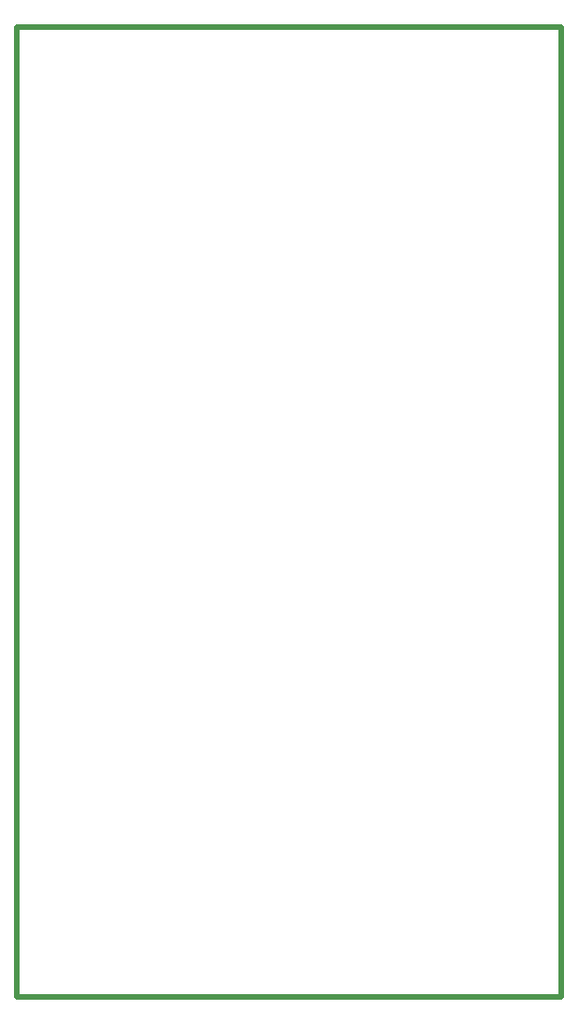
<source format=gbr>
G04 #@! TF.FileFunction,Profile,NP*
%FSLAX46Y46*%
G04 Gerber Fmt 4.6, Leading zero omitted, Abs format (unit mm)*
G04 Created by KiCad (PCBNEW 4.0.4+e1-6308~48~ubuntu16.04.1-stable) date Tue Oct 25 19:33:44 2016*
%MOMM*%
%LPD*%
G01*
G04 APERTURE LIST*
%ADD10C,0.100000*%
%ADD11C,0.500000*%
G04 APERTURE END LIST*
D10*
D11*
X61500000Y-27500000D02*
X111000000Y-27500000D01*
X61500000Y-115500000D02*
X61500000Y-27500000D01*
X111000000Y-115500000D02*
X61500000Y-115500000D01*
X111000000Y-27500000D02*
X111000000Y-115500000D01*
M02*

</source>
